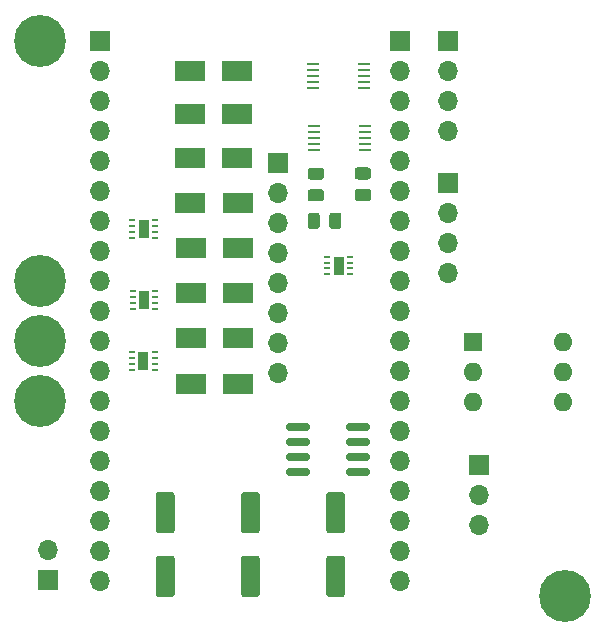
<source format=gbr>
%TF.GenerationSoftware,KiCad,Pcbnew,(5.1.10)-1*%
%TF.CreationDate,2022-01-17T10:12:51+08:00*%
%TF.ProjectId,armband_controller_ver2.0,61726d62-616e-4645-9f63-6f6e74726f6c,rev?*%
%TF.SameCoordinates,PX8a12ae0PY621abf0*%
%TF.FileFunction,Soldermask,Top*%
%TF.FilePolarity,Negative*%
%FSLAX46Y46*%
G04 Gerber Fmt 4.6, Leading zero omitted, Abs format (unit mm)*
G04 Created by KiCad (PCBNEW (5.1.10)-1) date 2022-01-17 10:12:51*
%MOMM*%
%LPD*%
G01*
G04 APERTURE LIST*
%ADD10C,4.400000*%
%ADD11R,0.500000X0.250000*%
%ADD12R,0.900000X1.600000*%
%ADD13R,1.100000X0.250000*%
%ADD14O,1.600000X1.600000*%
%ADD15R,1.600000X1.600000*%
%ADD16O,1.700000X1.700000*%
%ADD17R,1.700000X1.700000*%
%ADD18R,2.500000X1.800000*%
G04 APERTURE END LIST*
D10*
%TO.C,H4*%
X2540000Y24130000D03*
%TD*%
D11*
%TO.C,U7*%
X10302200Y22652800D03*
X10302200Y23152800D03*
X12202200Y23152800D03*
X12202200Y22152800D03*
X12202200Y21652800D03*
D12*
X11252200Y22402800D03*
D11*
X10302200Y21652800D03*
X10302200Y22152800D03*
X12202200Y22652800D03*
%TD*%
%TO.C,U6*%
X10353000Y27809000D03*
X10353000Y28309000D03*
X12253000Y28309000D03*
X12253000Y27309000D03*
X12253000Y26809000D03*
D12*
X11303000Y27559000D03*
D11*
X10353000Y26809000D03*
X10353000Y27309000D03*
X12253000Y27809000D03*
%TD*%
%TO.C,U5*%
X10327600Y33828800D03*
X10327600Y34328800D03*
X12227600Y34328800D03*
X12227600Y33328800D03*
X12227600Y32828800D03*
D12*
X11277600Y33578800D03*
D11*
X10327600Y32828800D03*
X10327600Y33328800D03*
X12227600Y33828800D03*
%TD*%
%TO.C,U4*%
X28737600Y30255400D03*
X28737600Y29755400D03*
X26837600Y29755400D03*
X26837600Y30755400D03*
X26837600Y31255400D03*
D12*
X27787600Y30505400D03*
D11*
X28737600Y31255400D03*
X28737600Y30755400D03*
X26837600Y30255400D03*
%TD*%
D13*
%TO.C,U3*%
X29988400Y42300400D03*
X29988400Y41800400D03*
X29988400Y41300400D03*
X29988400Y40800400D03*
X29988400Y40300400D03*
X25688400Y40300400D03*
X25688400Y40800400D03*
X25688400Y41300400D03*
X25688400Y41800400D03*
X25688400Y42300400D03*
%TD*%
%TO.C,U2*%
X29937600Y47558200D03*
X29937600Y47058200D03*
X29937600Y46558200D03*
X29937600Y46058200D03*
X29937600Y45558200D03*
X25637600Y45558200D03*
X25637600Y46058200D03*
X25637600Y46558200D03*
X25637600Y47058200D03*
X25637600Y47558200D03*
%TD*%
%TO.C,U1*%
G36*
G01*
X28448600Y16652300D02*
X28448600Y16977300D01*
G75*
G02*
X28611100Y17139800I162500J0D01*
G01*
X30261100Y17139800D01*
G75*
G02*
X30423600Y16977300I0J-162500D01*
G01*
X30423600Y16652300D01*
G75*
G02*
X30261100Y16489800I-162500J0D01*
G01*
X28611100Y16489800D01*
G75*
G02*
X28448600Y16652300I0J162500D01*
G01*
G37*
G36*
G01*
X28448600Y15382300D02*
X28448600Y15707300D01*
G75*
G02*
X28611100Y15869800I162500J0D01*
G01*
X30261100Y15869800D01*
G75*
G02*
X30423600Y15707300I0J-162500D01*
G01*
X30423600Y15382300D01*
G75*
G02*
X30261100Y15219800I-162500J0D01*
G01*
X28611100Y15219800D01*
G75*
G02*
X28448600Y15382300I0J162500D01*
G01*
G37*
G36*
G01*
X28448600Y14112300D02*
X28448600Y14437300D01*
G75*
G02*
X28611100Y14599800I162500J0D01*
G01*
X30261100Y14599800D01*
G75*
G02*
X30423600Y14437300I0J-162500D01*
G01*
X30423600Y14112300D01*
G75*
G02*
X30261100Y13949800I-162500J0D01*
G01*
X28611100Y13949800D01*
G75*
G02*
X28448600Y14112300I0J162500D01*
G01*
G37*
G36*
G01*
X28448600Y12842300D02*
X28448600Y13167300D01*
G75*
G02*
X28611100Y13329800I162500J0D01*
G01*
X30261100Y13329800D01*
G75*
G02*
X30423600Y13167300I0J-162500D01*
G01*
X30423600Y12842300D01*
G75*
G02*
X30261100Y12679800I-162500J0D01*
G01*
X28611100Y12679800D01*
G75*
G02*
X28448600Y12842300I0J162500D01*
G01*
G37*
G36*
G01*
X23373600Y12842300D02*
X23373600Y13167300D01*
G75*
G02*
X23536100Y13329800I162500J0D01*
G01*
X25186100Y13329800D01*
G75*
G02*
X25348600Y13167300I0J-162500D01*
G01*
X25348600Y12842300D01*
G75*
G02*
X25186100Y12679800I-162500J0D01*
G01*
X23536100Y12679800D01*
G75*
G02*
X23373600Y12842300I0J162500D01*
G01*
G37*
G36*
G01*
X23373600Y14112300D02*
X23373600Y14437300D01*
G75*
G02*
X23536100Y14599800I162500J0D01*
G01*
X25186100Y14599800D01*
G75*
G02*
X25348600Y14437300I0J-162500D01*
G01*
X25348600Y14112300D01*
G75*
G02*
X25186100Y13949800I-162500J0D01*
G01*
X23536100Y13949800D01*
G75*
G02*
X23373600Y14112300I0J162500D01*
G01*
G37*
G36*
G01*
X23373600Y15382300D02*
X23373600Y15707300D01*
G75*
G02*
X23536100Y15869800I162500J0D01*
G01*
X25186100Y15869800D01*
G75*
G02*
X25348600Y15707300I0J-162500D01*
G01*
X25348600Y15382300D01*
G75*
G02*
X25186100Y15219800I-162500J0D01*
G01*
X23536100Y15219800D01*
G75*
G02*
X23373600Y15382300I0J162500D01*
G01*
G37*
G36*
G01*
X23373600Y16652300D02*
X23373600Y16977300D01*
G75*
G02*
X23536100Y17139800I162500J0D01*
G01*
X25186100Y17139800D01*
G75*
G02*
X25348600Y16977300I0J-162500D01*
G01*
X25348600Y16652300D01*
G75*
G02*
X25186100Y16489800I-162500J0D01*
G01*
X23536100Y16489800D01*
G75*
G02*
X23373600Y16652300I0J162500D01*
G01*
G37*
%TD*%
D14*
%TO.C,SW1*%
X46812200Y24028400D03*
X39192200Y18948400D03*
X46812200Y21488400D03*
X39192200Y21488400D03*
X46812200Y18948400D03*
D15*
X39192200Y24028400D03*
%TD*%
%TO.C,R3*%
G36*
G01*
X26993800Y33839998D02*
X26993800Y34740002D01*
G75*
G02*
X27243798Y34990000I249998J0D01*
G01*
X27768802Y34990000D01*
G75*
G02*
X28018800Y34740002I0J-249998D01*
G01*
X28018800Y33839998D01*
G75*
G02*
X27768802Y33590000I-249998J0D01*
G01*
X27243798Y33590000D01*
G75*
G02*
X26993800Y33839998I0J249998D01*
G01*
G37*
G36*
G01*
X25168800Y33839998D02*
X25168800Y34740002D01*
G75*
G02*
X25418798Y34990000I249998J0D01*
G01*
X25943802Y34990000D01*
G75*
G02*
X26193800Y34740002I0J-249998D01*
G01*
X26193800Y33839998D01*
G75*
G02*
X25943802Y33590000I-249998J0D01*
G01*
X25418798Y33590000D01*
G75*
G02*
X25168800Y33839998I0J249998D01*
G01*
G37*
%TD*%
%TO.C,R2*%
G36*
G01*
X30295002Y37788800D02*
X29394998Y37788800D01*
G75*
G02*
X29145000Y38038798I0J249998D01*
G01*
X29145000Y38563802D01*
G75*
G02*
X29394998Y38813800I249998J0D01*
G01*
X30295002Y38813800D01*
G75*
G02*
X30545000Y38563802I0J-249998D01*
G01*
X30545000Y38038798D01*
G75*
G02*
X30295002Y37788800I-249998J0D01*
G01*
G37*
G36*
G01*
X30295002Y35963800D02*
X29394998Y35963800D01*
G75*
G02*
X29145000Y36213798I0J249998D01*
G01*
X29145000Y36738802D01*
G75*
G02*
X29394998Y36988800I249998J0D01*
G01*
X30295002Y36988800D01*
G75*
G02*
X30545000Y36738802I0J-249998D01*
G01*
X30545000Y36213798D01*
G75*
G02*
X30295002Y35963800I-249998J0D01*
G01*
G37*
%TD*%
%TO.C,R1*%
G36*
G01*
X26307202Y37763400D02*
X25407198Y37763400D01*
G75*
G02*
X25157200Y38013398I0J249998D01*
G01*
X25157200Y38538402D01*
G75*
G02*
X25407198Y38788400I249998J0D01*
G01*
X26307202Y38788400D01*
G75*
G02*
X26557200Y38538402I0J-249998D01*
G01*
X26557200Y38013398D01*
G75*
G02*
X26307202Y37763400I-249998J0D01*
G01*
G37*
G36*
G01*
X26307202Y35938400D02*
X25407198Y35938400D01*
G75*
G02*
X25157200Y36188398I0J249998D01*
G01*
X25157200Y36713402D01*
G75*
G02*
X25407198Y36963400I249998J0D01*
G01*
X26307202Y36963400D01*
G75*
G02*
X26557200Y36713402I0J-249998D01*
G01*
X26557200Y36188398D01*
G75*
G02*
X26307202Y35938400I-249998J0D01*
G01*
G37*
%TD*%
D16*
%TO.C,J7*%
X22682200Y21437600D03*
X22682200Y23977600D03*
X22682200Y26517600D03*
X22682200Y29057600D03*
X22682200Y31597600D03*
X22682200Y34137600D03*
X22682200Y36677600D03*
D17*
X22682200Y39217600D03*
%TD*%
D16*
%TO.C,J6*%
X37058600Y29870400D03*
X37058600Y32410400D03*
X37058600Y34950400D03*
D17*
X37058600Y37490400D03*
%TD*%
D16*
%TO.C,J5*%
X37007800Y41910000D03*
X37007800Y44450000D03*
X37007800Y46990000D03*
D17*
X37007800Y49530000D03*
%TD*%
D16*
%TO.C,J4*%
X33020000Y3810000D03*
X33020000Y6350000D03*
X33020000Y8890000D03*
X33020000Y11430000D03*
X33020000Y13970000D03*
X33020000Y16510000D03*
X33020000Y19050000D03*
X33020000Y21590000D03*
X33020000Y24130000D03*
X33020000Y26670000D03*
X33020000Y29210000D03*
X33020000Y31750000D03*
X33020000Y34290000D03*
X33020000Y36830000D03*
X33020000Y39370000D03*
X33020000Y41910000D03*
X33020000Y44450000D03*
X33020000Y46990000D03*
D17*
X33020000Y49530000D03*
%TD*%
D16*
%TO.C,J3*%
X7620000Y3810000D03*
X7620000Y6350000D03*
X7620000Y8890000D03*
X7620000Y11430000D03*
X7620000Y13970000D03*
X7620000Y16510000D03*
X7620000Y19050000D03*
X7620000Y21590000D03*
X7620000Y24130000D03*
X7620000Y26670000D03*
X7620000Y29210000D03*
X7620000Y31750000D03*
X7620000Y34290000D03*
X7620000Y36830000D03*
X7620000Y39370000D03*
X7620000Y41910000D03*
X7620000Y44450000D03*
X7620000Y46990000D03*
D17*
X7620000Y49530000D03*
%TD*%
D16*
%TO.C,J2*%
X39700200Y8534400D03*
X39700200Y11074400D03*
D17*
X39700200Y13614400D03*
%TD*%
D16*
%TO.C,J1*%
X3175000Y6400800D03*
D17*
X3175000Y3860800D03*
%TD*%
D10*
%TO.C,H5*%
X2540000Y19050000D03*
%TD*%
%TO.C,H3*%
X2540000Y29210000D03*
%TD*%
%TO.C,H2*%
X46990000Y2540000D03*
%TD*%
%TO.C,H1*%
X2540000Y49530000D03*
%TD*%
D18*
%TO.C,D8*%
X19297400Y20497800D03*
X15297400Y20497800D03*
%TD*%
%TO.C,D7*%
X19272000Y24333200D03*
X15272000Y24333200D03*
%TD*%
%TO.C,D6*%
X19272000Y28143200D03*
X15272000Y28143200D03*
%TD*%
%TO.C,D5*%
X19272000Y31953200D03*
X15272000Y31953200D03*
%TD*%
%TO.C,D4*%
X19246600Y35788600D03*
X15246600Y35788600D03*
%TD*%
%TO.C,D3*%
X19221200Y39598600D03*
X15221200Y39598600D03*
%TD*%
%TO.C,D2*%
X19221200Y43307000D03*
X15221200Y43307000D03*
%TD*%
%TO.C,D1*%
X19221200Y47015400D03*
X15221200Y47015400D03*
%TD*%
%TO.C,C3*%
G36*
G01*
X26983600Y5933400D02*
X28083600Y5933400D01*
G75*
G02*
X28333600Y5683400I0J-250000D01*
G01*
X28333600Y2683400D01*
G75*
G02*
X28083600Y2433400I-250000J0D01*
G01*
X26983600Y2433400D01*
G75*
G02*
X26733600Y2683400I0J250000D01*
G01*
X26733600Y5683400D01*
G75*
G02*
X26983600Y5933400I250000J0D01*
G01*
G37*
G36*
G01*
X26983600Y11333400D02*
X28083600Y11333400D01*
G75*
G02*
X28333600Y11083400I0J-250000D01*
G01*
X28333600Y8083400D01*
G75*
G02*
X28083600Y7833400I-250000J0D01*
G01*
X26983600Y7833400D01*
G75*
G02*
X26733600Y8083400I0J250000D01*
G01*
X26733600Y11083400D01*
G75*
G02*
X26983600Y11333400I250000J0D01*
G01*
G37*
%TD*%
%TO.C,C2*%
G36*
G01*
X19770000Y5933400D02*
X20870000Y5933400D01*
G75*
G02*
X21120000Y5683400I0J-250000D01*
G01*
X21120000Y2683400D01*
G75*
G02*
X20870000Y2433400I-250000J0D01*
G01*
X19770000Y2433400D01*
G75*
G02*
X19520000Y2683400I0J250000D01*
G01*
X19520000Y5683400D01*
G75*
G02*
X19770000Y5933400I250000J0D01*
G01*
G37*
G36*
G01*
X19770000Y11333400D02*
X20870000Y11333400D01*
G75*
G02*
X21120000Y11083400I0J-250000D01*
G01*
X21120000Y8083400D01*
G75*
G02*
X20870000Y7833400I-250000J0D01*
G01*
X19770000Y7833400D01*
G75*
G02*
X19520000Y8083400I0J250000D01*
G01*
X19520000Y11083400D01*
G75*
G02*
X19770000Y11333400I250000J0D01*
G01*
G37*
%TD*%
%TO.C,C1*%
G36*
G01*
X13656400Y7833400D02*
X12556400Y7833400D01*
G75*
G02*
X12306400Y8083400I0J250000D01*
G01*
X12306400Y11083400D01*
G75*
G02*
X12556400Y11333400I250000J0D01*
G01*
X13656400Y11333400D01*
G75*
G02*
X13906400Y11083400I0J-250000D01*
G01*
X13906400Y8083400D01*
G75*
G02*
X13656400Y7833400I-250000J0D01*
G01*
G37*
G36*
G01*
X13656400Y2433400D02*
X12556400Y2433400D01*
G75*
G02*
X12306400Y2683400I0J250000D01*
G01*
X12306400Y5683400D01*
G75*
G02*
X12556400Y5933400I250000J0D01*
G01*
X13656400Y5933400D01*
G75*
G02*
X13906400Y5683400I0J-250000D01*
G01*
X13906400Y2683400D01*
G75*
G02*
X13656400Y2433400I-250000J0D01*
G01*
G37*
%TD*%
M02*

</source>
